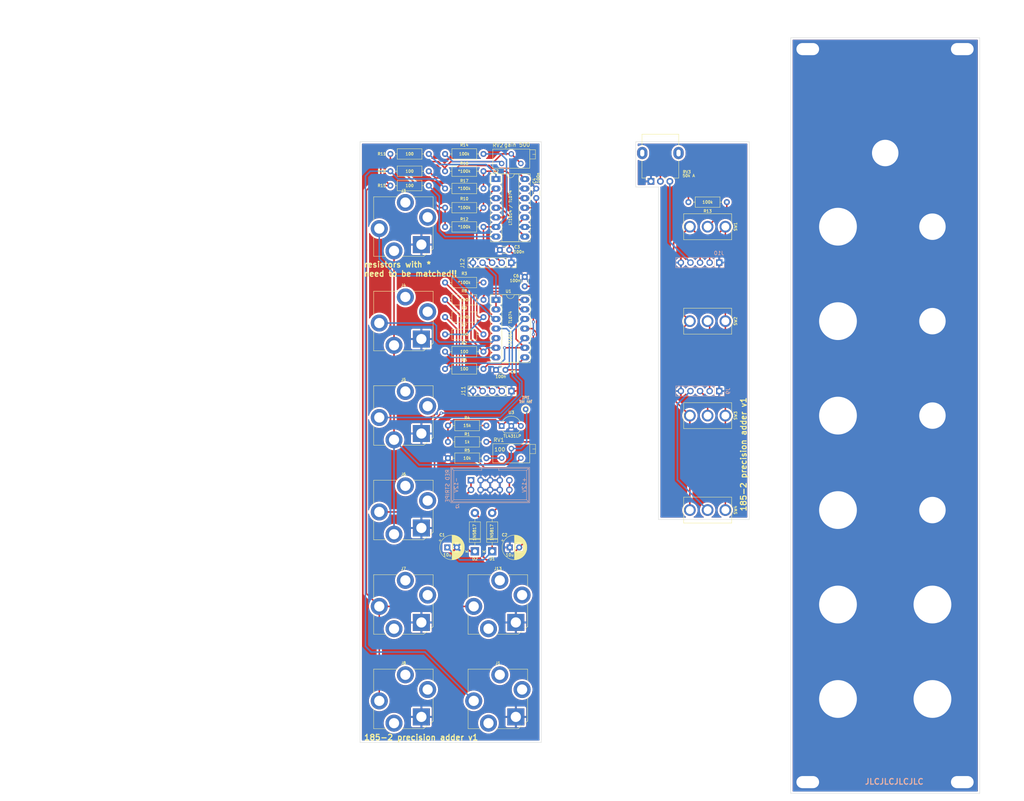
<source format=kicad_pcb>
(kicad_pcb (version 20211014) (generator pcbnew)
  (title_block (title "Freezer"))
  (layers (0 "F.Cu" signal) (31 "B.Cu" signal) (34 "B.Paste" user) (35 "F.Paste" user) (36 "B.SilkS" user "B.Silkscreen") (37 "F.SilkS" user "F.Silkscreen") (38 "B.Mask" user) (39 "F.Mask" user) (44 "Edge.Cuts" user))
  (net 0 "")
  (net 1 "GND")
  (net 2 "-12V")
  (net 3 "+12V")
  (net 4 "Net-(D1-Pad2)")
  (net 5 "Net-(D2-Pad1)")
  (net 8 "Net-(R2-Pad2)")
  (net 10 "Net-(J3-PadT)")
  (net 11 "Net-(J4-PadT)")
  (net 12 "in2_front")
  (net 13 "in3_front")
  (net 14 "in4_front")
  (net 15 "in2_back")
  (net 16 "in3_back")
  (net 17 "in4_back")
  (net 19 "1V_ref")
  (net 20 "Net-(R1-Pad1)")
  (net 21 "Net-(J5-PadT)")
  (net 22 "Net-(J6-PadT)")
  (net 23 "Net-(R2-Pad1)")
  (net 24 "Net-(R6-Pad1)")
  (net 25 "Net-(R6-Pad2)")
  (net 26 "Net-(R7-Pad1)")
  (net 27 "Net-(R7-Pad2)")
  (net 28 "Net-(R11-Pad2)")
  (net 29 "Net-(R4-Pad1)")
  (net 30 "Net-(R5-Pad2)")
  (net 31 "OUT_inv")
  (net 32 "Net-(R13-Pad1)")
  (net 33 "OUT")
  (net 34 "Net-(R13-Pad2)")
  (net 35 "Net-(R14-Pad1)")
  (net 36 "Net-(R15-Pad2)")
  (net 37 "Net-(R10-Pad1)")
  (net 38 "Net-(R16-Pad1)")
  (net 39 "Net-(R18-Pad2)")
  (net 40 "in1_back")
  (net 41 "ADD_front")
  (net 42 "SUB_front")
  (net 43 "ADD_back")
  (net 44 "in1_front")
  (net 45 "SUB_back")
  (net 46 "Net-(U2-Pad10)")
  (footprint "ao_tht:Jack_6.35mm_PJ_629HAN" (layer "F.Cu") (at 62.5 207.5)
    (fp_text reference "J1")
    (fp_text value "out_inv")
  )
  (footprint "ao_tht:Jack_6.35mm_PJ_629HAN" (layer "F.Cu") (at 62.5 182.5)
    (fp_text reference "J13")
    (fp_text value "out_2")
  )
  (footprint "ao_tht:R_Axial_DIN0207_L6.3mm_D2.5mm_P10.16mm_Horizontal" (layer "F.Cu") (at 48.514 77.47)
    (fp_text reference "R10")
    (fp_text value "*100k")
  )
  (footprint "Kosmo_panel:Kosmo_Jack_Hole" (layer "F.Cu") (at 152.5 82.5)
    (fp_text reference "REF**" hide)
    (fp_text value "Kosmo_Jack_Hole")
  )
  (footprint "ao_tht:R_Axial_DIN0207_L6.3mm_D2.5mm_P10.16mm_Horizontal" (layer "F.Cu") (at 58.674 67.818 180)
    (fp_text reference "R16")
    (fp_text value "*100k")
  )
  (footprint "ao_tht:Potentiometer_Bourns_3296Z_Horizontal" (layer "F.Cu") (at 63.502 143.744 180)
    (fp_text reference "RV1")
    (fp_text value "100")
  )
  (footprint "panel:precisionadder_panel" (layer "F.Cu") (at 164.986864 132.334)
    (fp_text reference "G***")
    (fp_text value "LOGO" hide)
  )
  (footprint "ao_tht:D_DO-41_SOD81_P10.16mm_Horizontal" (layer "F.Cu") (at 60.976484 168.422 90)
    (fp_text reference "D1")
    (fp_text value "1N5817")
  )
  (footprint "ao_tht:R_Axial_DIN0207_L6.3mm_D2.5mm_P10.16mm_Horizontal" (layer "F.Cu") (at 58.674 82.55 180)
    (fp_text reference "R12")
    (fp_text value "*100k")
  )
  (footprint "Kosmo_panel:Kosmo_Panel_Dual_Slotted_Mounting_Holes" (layer "F.Cu") (at 143.1 229.5)
    (fp_text reference "REF**" hide)
    (fp_text value "Kosmo_Panel_Dual_Slotted_Mounting_Holes")
  )
  (footprint "Kosmo_panel:Kosmo_Switch_Hole" (layer "F.Cu") (at 177.5 82.5)
    (fp_text reference "REF**" hide)
    (fp_text value "Kosmo_Switch_Hole")
  )
  (footprint "Kosmo_panel:Kosmo_Jack_Hole" (layer "F.Cu") (at 152.5 207.5)
    (fp_text reference "REF**" hide)
    (fp_text value "Kosmo_Jack_Hole")
  )
  (footprint "Connector_PinSocket_2.54mm:PinSocket_1x05_P2.54mm_Vertical" (layer "F.Cu") (at 66.05 92.025 -90)
    (fp_text reference "J12")
    (fp_text value "Conn_01x05_Female")
  )
  (footprint "ao_tht:SPDT-toggle-switch-1M-series" (layer "F.Cu") (at 118 107.5 -90)
    (fp_text reference "SW2")
    (fp_text value "SW_SPDT_MSM")
  )
  (footprint "ao_tht:TestPoint_THTPad_D1.5mm_Drill0.7mm" (layer "F.Cu") (at 69.85 130.81)
    (fp_text reference "TP1")
    (fp_text value "1V ref")
  )
  (footprint "ao_tht:Jack_6.35mm_PJ_629HAN" (layer "F.Cu") (at 37.5 207.5)
    (fp_text reference "J8")
    (fp_text value "out_3")
  )
  (footprint "ao_tht:SPDT-toggle-switch-1M-series" (layer "F.Cu") (at 118 157.5 -90)
    (fp_text reference "SW4")
    (fp_text value "SW_SPDT_MSM")
  )
  (footprint "ao_tht:R_Axial_DIN0207_L6.3mm_D2.5mm_P10.16mm_Horizontal" (layer "F.Cu") (at 49.276 139.446)
    (fp_text reference "R1")
    (fp_text value "1k")
  )
  (footprint "ao_tht:SPDT-toggle-switch-1M-series" (layer "F.Cu") (at 118 82.5 -90)
    (fp_text reference "SW1")
    (fp_text value "SW_SPDT_MSM")
  )
  (footprint "ao_tht:R_Axial_DIN0207_L6.3mm_D2.5mm_P10.16mm_Horizontal" (layer "F.Cu") (at 34.036 67.818)
    (fp_text reference "R18")
    (fp_text value "100")
  )
  (footprint "ao_tht:R_Axial_DIN0207_L6.3mm_D2.5mm_P10.16mm_Horizontal" (layer "F.Cu") (at 48.514 120.142)
    (fp_text reference "R6")
    (fp_text value "100")
  )
  (footprint "Kosmo_panel:Kosmo_Switch_Hole" (layer "F.Cu") (at 177.5 132.5)
    (fp_text reference "REF**" hide)
    (fp_text value "Kosmo_Switch_Hole")
  )
  (footprint "ao_tht:C_Disc_D3.0mm_W1.6mm_P2.50mm" (layer "F.Cu") (at 63.012 88.646)
    (fp_text reference "C3")
    (fp_text value "100n")
  )
  (footprint "ao_tht:R_Axial_DIN0207_L6.3mm_D2.5mm_P10.16mm_Horizontal" (layer "F.Cu") (at 48.514 101.854)
    (fp_text reference "R8")
    (fp_text value "*100k")
  )
  (footprint "ao_tht:Jack_6.35mm_PJ_629HAN" (layer "F.Cu") (at 37.5 82.5)
    (fp_text reference "J3")
    (fp_text value "in_1")
  )
  (footprint "Kosmo_panel:Kosmo_Panel_Dual_Slotted_Mounting_Holes" (layer "F.Cu") (at 184 229.5)
    (fp_text reference "REF**" hide)
    (fp_text value "Kosmo_Panel_Dual_Slotted_Mounting_Holes")
  )
  (footprint "ao_tht:R_Axial_DIN0207_L6.3mm_D2.5mm_P10.16mm_Horizontal" (layer "F.Cu") (at 48.514 97.282)
    (fp_text reference "R3")
    (fp_text value "*100k")
  )
  (footprint "ao_tht:Jack_6.35mm_PJ_629HAN" (layer "F.Cu") (at 37.5 182.5)
    (fp_text reference "J7")
    (fp_text value "out_1")
  )
  (footprint "Kosmo_panel:Kosmo_Jack_Hole" (layer "F.Cu") (at 152.5 157.5)
    (fp_text reference "REF**" hide)
    (fp_text value "Kosmo_Jack_Hole")
  )
  (footprint "ao_tht:R_Axial_DIN0207_L6.3mm_D2.5mm_P10.16mm_Horizontal" (layer "F.Cu") (at 34.036 71.628)
    (fp_text reference "R15")
    (fp_text value "100")
  )
  (footprint "ao_tht:TO-92_Inline_Wide" (layer "F.Cu") (at 63.5 135.234)
    (fp_text reference "U3")
    (fp_text value "TL431LP")
  )
  (footprint "ao_tht:C_Disc_D3.0mm_W1.6mm_P2.50mm" (layer "F.Cu") (at 69.596 95.778 -90)
    (fp_text reference "C6")
    (fp_text value "100n")
  )
  (footprint "ao_tht:R_Axial_DIN0207_L6.3mm_D2.5mm_P10.16mm_Horizontal" (layer "F.Cu") (at 48.514 63.246)
    (fp_text reference "R14")
    (fp_text value "100k")
  )
  (footprint "ao_tht:R_Axial_DIN0207_L6.3mm_D2.5mm_P10.16mm_Horizontal" (layer "F.Cu") (at 58.674 115.57 180)
    (fp_text reference "R2")
    (fp_text value "100")
  )
  (footprint "ao_tht:R_Axial_DIN0207_L6.3mm_D2.5mm_P10.16mm_Horizontal" (layer "F.Cu") (at 59.436 135.128 180)
    (fp_text reference "R4")
    (fp_text value "15k")
  )
  (footprint "ao_tht:CP_Radial_D6.3mm_P2.50mm" (layer "F.Cu") (at 65.636105 167.386)
    (fp_text reference "C2")
    (fp_text value "10u")
  )
  (footprint "Kosmo_panel:Kosmo_Jack_Hole" (layer "F.Cu") (at 152.5 182.5)
    (fp_text reference "REF**" hide)
    (fp_text value "Kosmo_Jack_Hole")
  )
  (footprint "ao_tht:CP_Radial_D6.3mm_P2.50mm" (layer "F.Cu") (at 49.109621 167.386)
    (fp_text reference "C1")
    (fp_text value "10u")
  )
  (footprint "ao_tht:SPDT-toggle-switch-1M-series" (layer "F.Cu") (at 118 132.5 -90)
    (fp_text reference "SW3")
    (fp_text value "SW_SPDT_MSM")
  )
  (footprint "ao_tht:D_DO-41_SOD81_P10.16mm_Horizontal" (layer "F.Cu") (at 56.404484 168.422 90)
    (fp_text reference "D2")
    (fp_text value "1N5817")
  )
  (footprint "ao_tht:R_Axial_DIN0207_L6.3mm_D2.5mm_P10.16mm_Horizontal" (layer "F.Cu") (at 49.276 143.764)
    (fp_text reference "R5")
    (fp_text value "10k")
  )
  (footprint "ao_tht:R_Axial_DIN0207_L6.3mm_D2.5mm_P10.16mm_Horizontal" (layer "F.Cu") (at 34.036 63.246)
    (fp_text reference "R11")
    (fp_text value "100")
  )
  (footprint "Connector_PinSocket_2.54mm:PinSocket_1x05_P2.54mm_Vertical" (layer "F.Cu") (at 66.08 126 -90)
    (fp_text reference "J11")
    (fp_text value "Conn_01x05_Female")
  )
  (footprint "ao_tht:Potentiometer_Alpha_RD901F-40-00D_Single_Vertical_centered" (layer "F.Cu") (at 105.5 63 90)
    (fp_text reference "RV3")
    (fp_text value "50k A")
  )
  (footprint "ao_tht:Potentiometer_Bourns_3296Z_Horizontal" (layer "F.Cu") (at 63.49 65.766 180)
    (fp_text reference "RV2")
    (fp_text value "gain 500")
  )
  (footprint "Kosmo_panel:Kosmo_Jack_Hole" (layer "F.Cu") (at 152.5 107.5)
    (fp_text reference "REF**" hide)
    (fp_text value "Kosmo_Jack_Hole")
  )
  (footprint "ao_tht:Jack_6.35mm_PJ_629HAN" (layer "F.Cu") (at 37.5 132.5)
    (fp_text reference "J5")
    (fp_text value "in_3")
  )
  (footprint "Kosmo_panel:Kosmo_Jack_Hole" (layer "F.Cu") (at 152.5 132.5)
    (fp_text reference "REF**" hide)
    (fp_text value "Kosmo_Jack_Hole")
  )
  (footprint "ao_tht:DIP-14_W7.62mm_Socket_LongPads" (layer "F.Cu") (at 61.986 69.875)
    (fp_text reference "U2")
    (fp_text value "LT1014 / TL074")
  )
  (footprint "ao_tht:Jack_6.35mm_PJ_629HAN" (layer "F.Cu") (at 37.5 107.5)
    (fp_text reference "J4")
    (fp_text value "in_2")
  )
  (footprint "ao_tht:Jack_6.35mm_PJ_629HAN" (layer "F.Cu") (at 37.5 157.5)
    (fp_text reference "J6")
    (fp_text value "in_4")
  )
  (footprint "Kosmo_panel:Kosmo_Jack_Hole" (layer "F.Cu") (at 177.5 182.5)
    (fp_text reference "REF**" hide)
    (fp_text value "Kosmo_Jack_Hole")
  )
  (footprint "ao_tht:R_Axial_DIN0207_L6.3mm_D2.5mm_P10.16mm_Horizontal" (layer "F.Cu") (at 48.514 72.39)
    (fp_text reference "R17")
    (fp_text value "*100k")
  )
  (footprint "ao_tht:R_Axial_DIN0207_L6.3mm_D2.5mm_P10.16mm_Horizontal" (layer "F.Cu") (at 123.08 76 180)
    (fp_text reference "R13")
    (fp_text value "100k")
  )
  (footprint "Kosmo_panel:Kosmo_Pot_Hole" (layer "F.Cu") (at 165 63)
    (fp_text reference "REF**" hide)
    (fp_text value "Kosmo_Pot_Hole")
  )
  (footprint "ao_tht:DIP-14_W7.62mm_Socket_LongPads" (layer "F.Cu") (at 61.986 101.849)
    (fp_text reference "U1")
    (fp_text value "LT1014 / TL074")
  )
  (footprint "Kosmo_panel:Kosmo_Switch_Hole" (layer "F.Cu") (at 177.5 107.5)
    (fp_text reference "REF**" hide)
    (fp_text value "Kosmo_Switch_Hole")
  )
  (footprint "ao_tht:C_Disc_D3.0mm_W1.6mm_P2.50mm" (layer "F.Cu") (at 61.996 120.396)
    (fp_text reference "C5")
    (fp_text value "100n")
  )
  (footprint "ao_tht:R_Axial_DIN0207_L6.3mm_D2.5mm_P10.16mm_Horizontal" (layer "F.Cu") (at 48.514 110.998)
    (fp_text reference "R7")
    (fp_text value "100")
  )
  (footprint "ao_tht:C_Disc_D3.0mm_W1.6mm_P2.50mm" (layer "F.Cu") (at 72.644 72.41 -90)
    (fp_text reference "C4")
    (fp_text value "100n")
  )
  (footprint "ao_tht:R_Axial_DIN0207_L6.3mm_D2.5mm_P10.16mm_Horizontal" (layer "F.Cu") (at 48.514 106.426)
    (fp_text reference "R9")
    (fp_text value "*100k")
  )
  (footprint "Kosmo_panel:Kosmo_Jack_Hole" (layer "F.Cu") (at 177.5 207.5)
    (fp_text reference "REF**" hide)
    (fp_text value "Kosmo_Jack_Hole")
  )
  (footprint "Kosmo_panel:Kosmo_Switch_Hole" (layer "F.Cu") (at 177.5 157.5)
    (fp_text reference "REF**" hide)
    (fp_text value "Kosmo_Switch_Hole")
  )
  (footprint "Connector_PinHeader_2.54mm:PinHeader_1x05_P2.54mm_Vertical" (layer "B.Cu") (at 121.075 92 90)
    (fp_text reference "J10")
    (fp_text value "Conn_01x05_Male")
  )
  (footprint "Connector_PinHeader_2.54mm:PinHeader_1x05_P2.54mm_Vertical" (layer "B.Cu") (at 121.075 126 90)
    (fp_text reference "J9")
    (fp_text value "Conn_01x05_Male")
  )
  (footprint "ao_tht:Power_Header" (layer "B.Cu") (at 55.372 149.606 -90)
    (fp_text reference "J2")
    (fp_text value "Synth_power_2x5")
  )
  (gr_line (start 26 60) (end 26 219) (layer "Edge.Cuts") (width 0.1))
  (gr_line (start 129 160) (end 105 160) (layer "Edge.Cuts") (width 0.1))
  (gr_line (start 74 60) (end 74 219) (layer "Edge.Cuts") (width 0.1))
  (gr_line (start 105 72) (end 99 72) (layer "Edge.Cuts") (width 0.1))
  (gr_line (start 105 72) (end 105 160) (layer "Edge.Cuts") (width 0.1))
  (gr_line (start 190 32.5) (end 190 232.5) (layer "Edge.Cuts") (width 0.1))
  (gr_line (start 74 60) (end 26 60) (layer "Edge.Cuts") (width 0.1))
  (gr_line (start 190 32.5) (end 140 32.5) (layer "Edge.Cuts") (width 0.1))
  (gr_line (start 129 60) (end 99 60) (layer "Edge.Cuts") (width 0.1))
  (gr_line (start 26 219) (end 74 219) (layer "Edge.Cuts") (width 0.1))
  (gr_line (start 99 60) (end 99 72) (layer "Edge.Cuts") (width 0.1))
  (gr_line (start 129 60) (end 129 160) (layer "Edge.Cuts") (width 0.1))
  (gr_line (start 140 232.5) (end 190 232.5) (layer "Edge.Cuts") (width 0.1))
  (gr_line (start 140 32.5) (end 140 232.5) (layer "Edge.Cuts") (width 0.1))
  (gr_text "JLCJLCJLCJLC" (at 167.386 229.362) (layer "B.SilkS") (effects (font (size 1.5 1.5) (thickness 0.3))))
  (gr_text "185-2 precision adder v1" (at 127.508 142.748 90) (layer "F.SilkS") (effects (font (size 1.5 1.5) (thickness 0.3))))
  (gr_text "185-2 precision adder v1" (at 42.164 217.678) (layer "F.SilkS") (effects (font (size 1.5 1.5) (thickness 0.3))))
  (gr_text "resistors with * \nneed to be matched!!" (at 26.924 93.726) (layer "F.SilkS") (effects (font (size 1.5 1.5) (thickness 0.3)) (justify left)))
  (segment (start 71.653 77.495) (end 72.73552 78.57752) (width 0.4) (layer "F.Cu") (net 2))
  (segment (start 71.623 109.469) (end 69.606 109.469) (width 0.4) (layer "F.Cu") (net 2))
  (segment (start 72.73552 99.91352) (end 72.73552 110.58152) (width 0.4) (layer "F.Cu") (net 2))
  (segment (start 72.73552 110.58152) (end 71.623 109.469) (width 0.4) (layer "F.Cu") (net 2))
  (segment (start 72.644 78.486) (end 72.73552 78.57752) (width 0.4) (layer "F.Cu") (net 2))
  (segment (start 68.136105 167.386) (end 72.73552 162.786585) (width 0.4) (layer "F.Cu") (net 2))
  (segment (start 59.436 170.688) (end 64.834105 170.688) (width 0.4) (layer "F.Cu") (net 2))
  (segment (start 72.644 74.91) (end 72.644 78.486) (width 0.4) (layer "F.Cu") (net 2))
  (segment (start 58.674 160.531516) (end 58.674 169.926) (width 0.4) (layer "F.Cu") (net 2))
  (segment (start 72.73552 78.57752) (end 72.73552 99.91352) (width 0.4) (layer "F.Cu") (net 2))
  (segment (start 72.73552 162.786585) (end 72.73552 110.58152) (width 0.4) (layer "F.Cu") (net 2))
  (segment (start 69.596 98.278) (end 71.1 98.278) (width 0.4) (layer "F.Cu") (net 2))
  (segment (start 69.606 77.495) (end 71.653 77.495) (width 0.4) (layer "F.Cu") (net 2))
  (segment (start 71.1 98.278) (end 72.73552 99.91352) (width 0.4) (layer "F.Cu") (net 2))
  (segment (start 64.834105 170.688) (end 68.136105 167.386) (width 0.4) (layer "F.Cu") (net 2))
  (segment (start 56.404484 158.262) (end 58.674 160.531516) (width 0.4) (layer "F.Cu") (net 2))
  (segment (start 58.674 169.926) (end 59.436 170.688) (width 0.4) (layer "F.Cu") (net 2))
  (segment (start 60.976484 164.679621) (end 65.636105 160.02) (width 0.4) (layer "F.Cu") (net 3))
  (segment (start 65.532 79.756) (end 65.532 85.852) (width 0.4) (layer "F.Cu") (net 3))
  (segment (start 71.882 100.838) (end 71.882 107.696) (width 0.4) (layer "F.Cu") (net 3))
  (segment (start 59.436 139.446) (end 70.866 139.446) (width 0.4) (layer "F.Cu") (net 3))
  (segment (start 71.882 140.462) (end 71.882 121.412) (width 0.4) (layer "F.Cu") (net 3))
  (segment (start 65.512 88.646) (end 67.818 90.952) (width 0.4) (layer "F.Cu") (net 3))
  (segment (start 65.512 85.872) (end 65.532 85.852) (width 0.4) (layer "F.Cu") (net 3))
  (segment (start 61.986 77.495) (end 63.271 77.495) (width 0.4) (layer "F.Cu") (net 3))
  (segment (start 68.834 100.076) (end 71.12 100.076) (width 0.4) (layer "F.Cu") (net 3))
  (segment (start 65.636105 160.02) (end 71.882 153.774105) (width 0.4) (layer "F.Cu") (net 3))
  (segment (start 64.496 120.396) (end 70.866 120.396) (width 0.4) (layer "F.Cu") (net 3))
  (segment (start 67.818 90.952) (end 67.818 91.186) (width 0.4) (layer "F.Cu") (net 3))
  (segment (start 70.866 139.446) (end 71.882 140.462) (width 0.4) (layer "F.Cu") (net 3))
  (segment (start 71.882 121.412) (end 71.882 120.142) (width 0.4) (layer "F.Cu") (net 3))
  (segment (start 65.512 88.646) (end 65.512 85.872) (width 0.4) (layer "F.Cu") (net 3))
  (segment (start 71.882 120.142) (end 71.882 110.998) (width 0.4) (layer "F.Cu") (net 3))
  (segment (start 67.818 91.186) (end 67.818 99.06) (width 0.4) (layer "F.Cu") (net 3))
  (segment (start 71.882 153.774105) (end 71.882 140.462) (width 0.4) (layer "F.Cu") (net 3))
  (segment (start 71.12 100.076) (end 71.882 100.838) (width 0.4) (layer "F.Cu") (net 3))
  (segment (start 60.976484 168.422) (end 60.976484 164.679621) (width 0.4) (layer "F.Cu") (net 3))
  (segment (start 67.818 99.06) (end 68.834 100.076) (width 0.4) (layer "F.Cu") (net 3))
  (segment (start 63.271 77.495) (end 65.532 79.756) (width 0.4) (layer "F.Cu") (net 3))
  (segment (start 70.866 120.396) (end 71.882 121.412) (width 0.4) (layer "F.Cu") (net 3))
  (via (at 71.882 107.696) (size 0.8) (drill 0.4) (layers "F.Cu" "B.Cu") (net 3))
  (via (at 71.882 110.998) (size 0.8) (drill 0.4) (layers "F.Cu" "B.Cu") (net 3))
  (segment (start 71.882 110.998) (end 71.882 107.696) (width 0.4) (layer "B.Cu") (net 3))
  (segment (start 65.532 110.236) (end 65.532 119.36) (width 0.4) (layer "B.Cu") (net 3))
  (segment (start 58.710484 170.688) (end 52.411621 170.688) (width 0.4) (layer "B.Cu") (net 3))
  (segment (start 64.765 109.469) (end 65.532 110.236) (width 0.4) (layer "B.Cu") (net 3))
  (segment (start 52.411621 170.688) (end 49.109621 167.386) (width 0.4) (layer "B.Cu") (net 3))
  (segment (start 60.976484 168.422) (end 58.710484 170.688) (width 0.4) (layer "B.Cu") (net 3))
  (segment (start 61.986 109.469) (end 64.765 109.469) (width 0.4) (layer "B.Cu") (net 3))
  (segment (start 65.532 119.36) (end 64.496 120.396) (width 0.4) (layer "B.Cu") (net 3))
  (segment (start 65.532 153.706484) (end 60.976484 158.262) (width 0.4) (layer "F.Cu") (net 4))
  (segment (start 65.532 149.606) (end 65.532 152.146) (width 0.4) (layer "F.Cu") (net 4))
  (segment (start 65.532 152.146) (end 65.532 153.706484) (width 0.4) (layer "F.Cu") (net 4))
  (segment (start 55.372 149.606) (end 55.372 152.146) (width 0.4) (layer "F.Cu") (net 5))
  (segment (start 55.138 168.422) (end 56.404484 168.422) (width 0.4) (layer "F.Cu") (net 5))
  (segment (start 53.848 153.67) (end 53.848 167.132) (width 0.4) (layer "F.Cu") (net 5))
  (segment (start 53.848 167.132) (end 55.138 168.422) (width 0.4) (layer "F.Cu") (net 5))
  (segment (start 55.372 152.146) (end 53.848 153.67) (width 0.4) (layer "F.Cu") (net 5))
  (segment (start 50.033 117.089) (end 48.514 115.57) (width 0.4) (layer "B.Cu") (net 8))
  (segment (start 61.986 117.089) (end 50.033 117.089) (width 0.4) (layer "B.Cu") (net 8))
  (segment (start 35.56 95.504) (end 50.038 95.504) (width 0.4) (layer "B.Cu") (net 10))
  (segment (start 50.038 95.504) (end 61.463 106.929) (width 0.4) (layer "B.Cu") (net 10))
  (segment (start 61.463 106.929) (end 61.986 106.929) (width 0.4) (layer "B.Cu") (net 10))
  (segment (start 31.1 91.044) (end 35.56 95.504) (width 0.4) (layer "B.Cu") (net 10))
  (segment (start 31.1 83) (end 31.1 91.044) (width 0.4) (layer "B.Cu") (net 10))
  (segment (start 45.516 108) (end 31.1 108) (width 0.4) (layer "B.Cu") (net 11))
  (segment (start 46.228 112.268) (end 46.228 108.712) (width 0.4) (layer "B.Cu") (net 11))
  (segment (start 61.986 112.009) (end 60.965 113.03) (width 0.4) (layer "B.Cu") (net 11))
  (segment (start 60.965 113.03) (end 46.99 113.03) (width 0.4) (layer "B.Cu") (net 11))
  (segment (start 46.228 108.712) (end 45.516 108) (width 0.4) (layer "B.Cu") (net 11))
  (segment (start 46.99 113.03) (end 46.228 112.268) (width 0.4) (layer "B.Cu") (net 11))
  (segment (start 118.535 126) (end 118.535 108.035) (width 0.4) (layer "F.Cu") (net 12))
  (segment (start 118.535 108.035) (end 118 107.5) (width 0.4) (layer "F.Cu") (net 12))
  (segment (start 118 128.005) (end 115.995 126) (width 0.4) (layer "F.Cu") (net 13))
  (segment (start 118 132.5) (end 118 128.005) (width 0.4) (layer "F.Cu") (net 13))
  (segment (start 110 129.455) (end 113.455 126) (width 0.4) (layer "B.Cu") (net 14))
  (segment (start 110 149.5) (end 110 129.455) (width 0.4) (layer "B.Cu") (net 14))
  (segment (start 118 157.5) (end 110 149.5) (width 0.4) (layer "B.Cu") (net 14))
  (segment (start 59.714 122.174) (end 53.975 122.174) (width 0.4) (layer "F.Cu") (net 15))
  (segment (start 53.086 121.285) (end 53.086 101.854) (width 0.4) (layer "F.Cu") (net 15))
  (segment (start 53.975 122.174) (end 53.086 121.285) (width 0.4) (layer "F.Cu") (net 15))
  (segment (start 63.54 126) (end 59.714 122.174) (width 0.4) (layer "F.Cu") (net 15))
  (segment (start 53.086 101.854) (end 48.514 97.282) (width 0.4) (layer "F.Cu") (net 15))
  (segment (start 53.594 122.936) (end 52.324 121.666) (width 0.4) (layer "F.Cu") (net 16))
  (segment (start 52.324 121.666) (end 52.324 105.664) (width 0.4) (layer "F.Cu") (net 16))
  (segment (start 57.936 122.936) (end 53.594 122.936) (width 0.4) (layer "F.Cu") (net 16))
  (segment (start 61 126) (end 57.936 122.936) (width 0.4) (layer "F.Cu") (net 16))
  (segment (start 52.324 105.664) (end 48.514 101.854) (width 0.4) (layer "F.Cu") (net 16))
  (segment (start 53.34 123.698) (end 51.562 121.92) (width 0.4) (layer "F.Cu") (net 17))
  (segment (start 58.46 126) (end 56.158 123.698) (width 0.4) (layer "F.Cu") (net 17))
  (segment (start 56.158 123.698) (end 53.34 123.698) (width 0.4) (layer "F.Cu") (net 17))
  (segment (start 51.562 109.474) (end 48.514 106.426) (width 0.4) (layer "F.Cu") (net 17))
  (segment (start 51.562 121.92) (end 51.562 109.474) (width 0.4) (layer "F.Cu") (net 17))
  (segment (start 35 138.9) (end 35 113.9) (width 0.4) (layer "F.Cu") (net 19))
  (segment (start 35 113.9) (end 35 88.9) (width 0.4) (layer "F.Cu") (net 19))
  (segment (start 69.85 130.81) (end 70.104 131.064) (width 0.4) (layer "B.Cu") (net 19))
  (segment (start 66.042 143.762) (end 66.042 141.204) (width 0.4) (layer "B.Cu") (net 19))
  (segment (start 68.6 141.204) (end 70.104 139.7) (width 0.4) (layer "B.Cu") (net 19))
  (segment (start 35 163.9) (end 35 138.9) (width 0.4) (layer "B.Cu") (net 19))
  (segment (start 41.642 145.542) (end 35 138.9) (width 0.4) (layer "B.Cu") (net 19))
  (segment (start 64.262 145.542) (end 41.642 145.542) (width 0.4) (layer "B.Cu") (net 19))
  (segment (start 70.104 131.064) (end 70.104 139.7) (width 0.4) (layer "B.Cu") (net 19))
  (segment (start 64.262 145.542) (end 66.042 143.762) (width 0.4) (layer "B.Cu") (net 19))
  (segment (start 66.042 141.204) (end 68.6 141.204) (width 0.4) (layer "B.Cu") (net 19))
  (segment (start 61.87 133.604) (end 63.5 135.234) (width 0.4) (layer "F.Cu") (net 20))
  (segment (start 50.8 133.604) (end 61.87 133.604) (width 0.4) (layer "F.Cu") (net 20))
  (segment (start 49.276 135.128) (end 49.276 139.446) (width 0.4) (layer "F.Cu") (net 20))
  (segment (start 63.5 135.234) (end 65.13 133.604) (width 0.4) (layer "F.Cu") (net 20))
  (segment (start 65.13 133.604) (end 66.95 133.604) (width 0.4) (layer "F.Cu") (net 20))
  (segment (start 66.95 133.604) (end 68.58 135.234) (width 0.4) (layer "F.Cu") (net 20))
  (segment (start 49.276 135.128) (end 50.8 133.604) (width 0.4) (layer "F.Cu") (net 20))
  (segment (start 67.31 121.92) (end 67.31 114.305) (width 0.4) (layer "B.Cu") (net 21))
  (segment (start 31.1 133) (end 63.088 133) (width 0.4) (layer "B.Cu") (net 21))
  (segment (start 68.834 127.254) (end 68.834 123.444) (width 0.4) (layer "B.Cu") (net 21))
  (segment (start 67.31 114.305) (end 69.606 112.009) (width 0.4) (layer "B.Cu") (net 21))
  (segment (start 63.088 133) (end 68.834 127.254) (width 0.4) (layer "B.Cu") (net 21))
  (segment (start 68.834 123.444) (end 67.31 121.92) (width 0.4) (layer "B.Cu") (net 21))
  (segment (start 45.72 133.604) (end 45.72 148.59) (width 0.4) (layer "F.Cu") (net 22))
  (segment (start 36.31 158) (end 31.1 158) (width 0.4) (layer "F.Cu") (net 22))
  (segment (start 47.498 131.826) (end 45.72 133.604) (width 0.4) (layer "F.Cu") (net 22))
  (segment (start 45.72 148.59) (end 36.31 158) (width 0.4) (layer "F.Cu") (net 22))
  (via (at 47.498 131.826) (size 0.8) (drill 0.4) (layers "F.Cu" "B.Cu") (net 22))
  (segment (start 63.246 131.826) (end 68.23448 126.83752) (width 0.4) (layer "B.Cu") (net 22))
  (segment (start 68.23448 123.952) (end 66.294 122.01152) (width 0.4) (layer "B.Cu") (net 22))
  (segment (start 66.294 122.01152) (end 66.294 110.241) (width 0.4) (layer "B.Cu") (net 22))
  (segment (start 68.23448 126.83752) (end 68.23448 123.952) (width 0.4) (layer "B.Cu") (net 22))
  (segment (start 47.498 131.826) (end 63.246 131.826) (width 0.4) (layer "B.Cu") (net 22))
  (segment (start 66.294 110.241) (end 69.606 106.929) (width 0.4) (layer "B.Cu") (net 22))
  (segment (start 57.54263 97.282) (end 55.372 99.45263) (width 0.4) (layer "F.Cu") (net 23))
  (segment (start 58.674 97.282) (end 57.54263 97.282) (width 0.4) (layer "F.Cu") (net 23))
  (segment (start 55.372 112.268) (end 58.674 115.57) (width 0.4) (layer "F.Cu") (net 23))
  (segment (start 55.372 99.45263) (end 55.372 112.268) (width 0.4) (layer "F.Cu") (net 23))
  (segment (start 59.695 114.549) (end 58.674 115.57) (width 0.4) (layer "B.Cu") (net 23))
  (segment (start 61.986 114.549) (end 59.695 114.549) (width 0.4) (layer "B.Cu") (net 23))
  (segment (start 63.06296 100.33) (end 59.182 100.33) (width 0.4) (layer "F.Cu") (net 24))
  (segment (start 67.31 112.253) (end 67.31 104.57704) (width 0.4) (layer "F.Cu") (net 24))
  (segment (start 64.267 114.549) (end 69.606 114.549) (width 0.4) (layer "F.Cu") (net 24))
  (segment (start 59.182 100.33) (end 58.674 100.838) (width 0.4) (layer "F.Cu") (net 24))
  (segment (start 58.674 100.838) (end 58.674 101.854) (width 0.4) (layer "F.Cu") (net 24))
  (segment (start 64.262 114.554) (end 64.267 114.549) (width 0.4) (layer "F.Cu") (net 24))
  (segment (start 67.31 104.57704) (end 63.06296 100.33) (width 0.4) (layer "F.Cu") (net 24))
  (segment (start 69.606 114.549) (end 67.31 112.253) (width 0.4) (layer "F.Cu") (net 24))
  (via (at 64.262 114.554) (size 0.8) (drill 0.4) (layers "F.Cu" "B.Cu") (net 24))
  (segment (start 64.262 117.602) (end 64.262 114.554) (width 0.4) (layer "B.Cu") (net 24))
  (segment (start 63.246 118.618) (end 64.262 117.602) (width 0.4) (layer "B.Cu") (net 24))
  (segment (start 50.038 118.618) (end 63.246 118.618) (width 0.4) (layer "B.Cu") (net 24))
  (segment (start 48.514 120.142) (end 50.038 118.618) (width 0.4) (layer "B.Cu") (net 24))
  (segment (start 58.674 120.142) (end 59.944 118.872) (width 0.4) (layer "F.Cu") (net 25))
  (segment (start 67.823 118.872) (end 69.606 117.089) (width 0.4) (layer "F.Cu") (net 25))
  (segment (start 59.944 118.872) (end 67.823 118.872) (width 0.4) (layer "F.Cu") (net 25))
  (segment (start 63.75967 99.65952) (end 68.48915 104.389) (width 0.4) (layer "F.Cu") (net 26))
  (segment (start 68.48915 104.389) (end 69.606 104.389) (width 0.4) (layer "F.Cu") (net 26))
  (segment (start 58.07448 99.65952) (end 63.75967 99.65952) (width 0.4) (layer "F.Cu") (net 26))
  (segment (start 58.674 106.426) (end 57.404 106.426) (width 0.4) (layer "F.Cu") (net 26))
  (segment (start 57.404 106.426) (end 56.896 105.918) (width 0.4) (layer "F.Cu") (net 26))
  (segment (start 56.896 105.918) (end 56.896 100.838) (width 0.4) (layer "F.Cu") (net 26))
  (segment (start 56.896 100.838) (end 58.07448 99.65952) (width 0.4) (layer "F.Cu") (net 26))
  (segment (start 54.102 110.998) (end 58.674 106.426) (width 0.4) (layer "B.Cu") (net 26))
  (segment (start 48.514 110.998) (end 54.102 110.998) (width 0.4) (layer "B.Cu") (net 26))
  (segment (start 66.797 101.849) (end 69.606 101.849) (width 0.4) (layer "F.Cu") (net 27))
  (segment (start 56.134 100.33) (end 57.658 98.806) (width 0.4) (layer "F.Cu") (net 27))
  (segment (start 56.134 108.458) (end 56.134 100.33) (width 0.4) (layer "F.Cu") (net 27))
  (segment (start 58.674 110.998) (end 56.134 108.458) (width 0.4) (layer "F.Cu") (net 27))
  (segment (start 63.754 98.806) (end 66.797 101.849) (width 0.4) (layer "F.Cu") (net 27))
  (segment (start 57.658 98.806) (end 63.754 98.806) (width 0.4) (layer "F.Cu") (net 27))
  (segment (start 46.99 66.04) (end 44.196 63.246) (width 0.4) (layer "B.Cu") (net 28))
  (segment (start 59.351 66.04) (end 46.99 66.04) (width 0.4) (layer "B.Cu") (net 28))
  (segment (start 61.986 68.675) (end 59.351 66.04) (width 0.4) (layer "B.Cu") (net 28))
  (segment (start 61.986 69.875) (end 61.986 68.675) (width 0.4) (layer "B.Cu") (net 28))
  (segment (start 58.166 135.128) (end 59.436 135.128) (width 0.4) (layer "F.Cu") (net 29))
  (segment (start 66.022 146.304) (end 58.928 146.304) (width 0.4) (layer "F.Cu") (net 29))
  (segment (start 68.582 143.744) (end 66.022 146.304) (width 0.4) (layer "F.Cu") (net 29))
  (segment (start 58.928 146.304) (end 56.896 144.272) (width 0.4) (layer "F.Cu") (net 29))
  (segment (start 56.896 140.462) (end 56.896 136.398) (width 0.4) (layer "F.Cu") (net 29))
  (segment (start 56.896 144.272) (end 56.896 140.462) (width 0.4) (layer "F.Cu") (net 29))
  (segment (start 56.896 136.398) (end 58.166 135.128) (width 0.4) (layer "F.Cu") (net 29))
  (segment (start 59.456 143.744) (end 59.436 143.764) (width 0.4) (layer "B.Cu") (net 30))
  (segment (start 63.502 143.744) (end 59.456 143.744) (width 0.4) (layer "B.Cu") (net 30))
  (segment (start 27.432 193.548) (end 28.956 195.072) (width 0.4) (layer "B.Cu") (net 31))
  (segment (start 34.036 67.818) (end 28.702 67.818) (width 0.4) (layer "B.Cu") (net 31))
  (segment (start 34.036 67.818) (end 36.068 69.85) (width 0.4) (layer "B.Cu") (net 31))
  (segment (start 45.974 69.85) (end 48.514 72.39) (width 0.4) (layer "B.Cu") (net 31))
  (segment (start 36.068 69.85) (end 45.974 69.85) (width 0.4) (layer "B.Cu") (net 31))
  (segment (start 43.172 195.072) (end 56.1 208) (width 0.4) (layer "B.Cu") (net 31))
  (segment (start 28.956 195.072) (end 43.172 195.072) (width 0.4) (layer "B.Cu") (net 31))
  (segment (start 28.702 67.818) (end 27.432 69.088) (width 0.4) (layer "B.Cu") (net 31))
  (segment (start 27.432 69.088) (end 27.432 193.548) (width 0.4) (layer "B.Cu") (net 31))
  (segment (start 123.08 77.42) (end 123.08 76) (width 0.4) (layer "F.Cu") (net 32))
  (segment (start 118 82.5) (end 123.08 77.42) (width 0.4) (layer "F.Cu") (net 32))
  (segment (start 27.686 72.898) (end 28.956 71.628) (width 0.4) (layer "F.Cu") (net 33))
  (segment (start 48.514 67.056) (end 46.736 65.278) (width 0.4) (layer "F.Cu") (net 33))
  (segment (start 39.624 65.278) (end 36.068 61.722) (width 0.4) (layer "F.Cu") (net 33))
  (segment (start 32.512 61.722) (end 31.496 62.738) (width 0.4) (layer "F.Cu") (net 33))
  (segment (start 31.1 183) (end 31.1 208) (width 0.4) (layer "F.Cu") (net 33))
  (segment (start 61.468 65.278) (end 50.038 65.278) (width 0.4) (layer "F.Cu") (net 33))
  (segment (start 46.736 65.278) (end 39.624 65.278) (width 0.4) (layer "F.Cu") (net 33))
  (segment (start 31.496 62.738) (end 31.496 69.088) (width 0.4) (layer "F.Cu") (net 33))
  (segment (start 63.52 63.226) (end 61.468 65.278) (width 0.4) (layer "F.Cu") (net 33))
  (segment (start 36.068 61.722) (end 32.512 61.722) (width 0.4) (layer "F.Cu") (net 33))
  (segment (start 31.1 183) (end 27.686 179.586) (width 0.4) (layer "F.Cu") (net 33))
  (segment (start 48.514 66.802) (end 48.514 67.818) (width 0.4) (layer "F.Cu") (net 33))
  (segment (start 68.57 65.766) (end 66.03 63.226) (width 0.4) (layer "F.Cu") (net 33))
  (segment (start 48.514 67.818) (end 48.514 67.056) (width 0.4) (layer "F.Cu") (net 33))
  (segment (start 56.1 183) (end 31.1 183) (width 0.4) (layer "F.Cu") (net 33))
  (segment (start 27.686 88.646) (end 27.686 72.898) (width 0.4) (layer "F.Cu") (net 33))
  (segment (start 50.038 65.278) (end 48.514 66.802) (width 0.4) (layer "F.Cu") (net 33))
  (segment (start 31.496 69.088) (end 34.036 71.628) (width 0.4) (layer "F.Cu") (net 33))
  (segment (start 66.03 63.226) (end 63.52 63.226) (width 0.4) (layer "F.Cu") (net 33))
  (segment (start 28.956 71.628) (end 34.036 71.628) (width 0.4) (layer "F.Cu") (net 33))
  (segment (start 27.686 179.586) (end 27.686 88.646) (width 0.4) (layer "F.Cu") (net 33))
  (segment (start 106 68) (end 109 68) (width 0.4) (layer "F.Cu") (net 34))
  (segment (start 109 68) (end 112.92 71.92) (width 0.4) (layer "F.Cu") (net 34))
  (segment (start 105.5 68.5) (end 106 68) (width 0.4) (layer "F.Cu") (net 34))
  (segment (start 105.5 70.5) (end 105.5 68.5) (width 0.4) (layer "F.Cu") (net 34))
  (segment (start 112.92 71.92) (end 112.92 76) (width 0.4) (layer "F.Cu") (net 34))
  (segment (start 48.514 63.246) (end 50.546 65.278) (width 0.4) (layer "B.Cu") (net 35))
  (segment (start 63.002 65.278) (end 63.49 65.766) (width 0.4) (layer "B.Cu") (net 35))
  (segment (start 50.546 65.278) (end 63.002 65.278) (width 0.4) (layer "B.Cu") (net 35))
  (segment (start 48.539 85.115) (end 46.99 83.566) (width 0.4) (layer "B.Cu") (net 36))
  (segment (start 46.99 83.566) (end 46.99 74.422) (width 0.4) (layer "B.Cu") (net 36))
  (segment (start 46.99 74.422) (end 44.196 71.628) (width 0.4) (layer "B.Cu") (net 36))
  (segment (start 61.986 85.115) (end 48.539 85.115) (width 0.4) (layer "B.Cu") (net 36))
  (segment (start 48.514 77.47) (end 46.99 77.47) (width 0.4) (layer "F.Cu") (net 37))
  (segment (start 34.036 64.516) (end 34.036 63.246) (width 0.4) (layer "F.Cu") (net 37))
  (segment (start 48.514 77.47) (end 48.514 82.55) (width 0.4) (layer "F.Cu") (net 37))
  (segment (start 46.99 77.47) (end 34.036 64.516) (width 0.4) (layer "F.Cu") (net 37))
  (segment (start 58.674 67.818) (end 58.674 72.39) (width 0.4) (layer "F.Cu") (net 38))
  (segment (start 69.606 74.955) (end 67.589 74.955) (width 0.4) (layer "F.Cu") (net 38))
  (segment (start 67.589 74.955) (end 65.786 73.152) (width 0.4) (layer "F.Cu") (net 38))
  (segment (start 65.786 68.834) (end 64.77 67.818) (width 0.4) (layer "F.Cu") (net 38))
  (segment (start 64.77 67.818) (end 58.674 67.818) (width 0.4) (layer "F.Cu") (net 38))
  (segment (start 65.786 73.152) (end 65.786 68.834) (width 0.4) (layer "F.Cu") (net 38))
  (segment (start 60.198 66.294) (end 52.324 66.294) (width 0.4) (layer "F.Cu") (net 39))
  (segment (start 52.324 66.294) (end 49.022 69.596) (width 0.4) (layer "F.Cu") (net 39))
  (segment (start 45.974 69.596) (end 44.196 67.818) (width 0.4) (layer "F.Cu") (net 39))
  (segment (start 60.96 67.056) (end 60.198 66.294) (width 0.4) (layer "F.Cu") (net 39))
  (segment (start 49.022 69.596) (end 45.974 69.596) (width 0.4) (layer "F.Cu") (net 39))
  (segment (start 66.787 67.056) (end 60.96 67.056) (width 0.4) (layer "F.Cu") (net 39))
  (segment (start 69.606 69.875) (end 66.787 67.056) (width 0.4) (layer "F.Cu") (net 39))
  (segment (start 61.986 101.849) (end 61.986 104.389) (width 0.4) (layer "F.Cu") (net 40))
  (segment (start 61.976 95.504) (end 61.976 101.839) (width 0.4) (layer "B.Cu") (net 40))
  (segment (start 58.43 92.025) (end 58.497 92.025) (width 0.4) (layer "B.Cu") (net 40))
  (segment (start 61.976 101.839) (end 61.986 101.849) (width 0.4) (layer "B.Cu") (net 40))
  (segment (start 58.497 92.025) (end 61.976 95.504) (width 0.4) (layer "B.Cu") (net 40))
  (segment (start 109 111.8) (end 113.3 107.5) (width 0.4) (layer "F.Cu") (net 41))
  (segment (start 113.3 82.5) (end 109 86.8) (width 0.4) (layer "F.Cu") (net 41))
  (segment (start 115.995 85.195) (end 113.3 82.5) (width 0.4) (layer "F.Cu") (net 41))
  (segment (start 109 128.2) (end 109 111.8) (width 0.4) (layer "F.Cu") (net 41))
  (segment (start 109 103.2) (end 113.3 107.5) (width 0.4) (layer "F.Cu") (net 41))
  (segment (start 109 86.8) (end 109 103.2) (width 0.4) (layer "F.Cu") (net 41))
  (segment (start 113.3 132.5) (end 109 128.2) (width 0.4) (layer "F.Cu") (net 41))
  (segment (start 115.995 92) (end 115.995 85.195) (width 0.4) (layer "F.Cu") (net 41))
  (segment (start 113.3 157.5) (end 113.3 132.5) (width 0.4) (layer "F.Cu") (net 41))
  (segment (start 122.7 107.5) (end 122.7 82.5) (width 0.4) (layer "F.Cu") (net 42))
  (segment (start 122.7 132.5) (end 122.7 107.5) (width 0.4) (layer "F.Cu") (net 42))
  (segment (start 122.7 157.5) (end 122.7 132.5) (width 0.4) (layer "F.Cu") (net 42))
  (segment (start 118.535 86.665) (end 122.7 82.5) (width 0.4) (layer "F.Cu") (net 42))
  (segment (start 118.535 92) (end 118.535 86.665) (width 0.4) (layer "F.Cu") (net 42))
  (segment (start 56.896 87.951) (end 56.896 79.248) (width 0.4) (layer "F.Cu") (net 43))
  (segment (start 58.674 75.438) (end 61.697 72.415) (width 0.4) (layer "F.Cu") (net 43))
  (segment (start 60.97 92.025) (end 56.896 87.951) (width 0.4) (layer "F.Cu") (net 43))
  (segment (start 58.674 77.47) (end 58.674 75.438) (width 0.4) (layer "F.Cu") (net 43))
  (segment (start 56.896 79.248) (end 58.674 77.47) (width 0.4) (layer "F.Cu") (net 43))
  (segment (start 61.697 72.415) (end 61.986 72.415) (width 0.4) (layer "F.Cu") (net 43))
  (segment (start 108 86.545) (end 108 70.5) (width 0.4) (layer "B.Cu") (net 44))
  (segment (start 113.455 92) (end 108 86.545) (width 0.4) (layer "B.Cu") (net 44))
  (segment (start 58.674 82.55) (end 61.961 82.55) (width 0.4) (layer "F.Cu") (net 45))
  (segment (start 61.961 82.55) (end 61.986 82.575) (width 0.4) (layer "F.Cu") (net 45))
  (segment (start 58.674 87.189) (end 58.674 82.55) (width 0.4) (layer "F.Cu") (net 45))
  (segment (start 63.51 92.025) (end 58.674 87.189) (width 0.4) (layer "F.Cu") (net 45))
  (segment (start 61.986 82.575) (end 64.77 79.791) (width 0.4) (layer "B.Cu") (net 45))
  (segment (start 63.246 63.246) (end 58.674 63.246) (width 0.4) (layer "B.Cu") (net 45))
  (segment (start 64.77 64.77) (end 63.246 63.246) (width 0.4) (layer "B.Cu") (net 45))
  (segment (start 64.77 79.791) (end 64.77 64.77) (width 0.4) (layer "B.Cu") (net 45))
  (segment (start 69.606 85.115) (end 67.818 83.327) (width 0.4) (layer "F.Cu") (net 46))
  (segment (start 67.818 81.823) (end 69.606 80.035) (width 0.4) (layer "F.Cu") (net 46))
  (segment (start 67.818 83.327) (end 67.818 81.823) (width 0.4) (layer "F.Cu") (net 46))
  (zone (net 1) (net_name "GND") (layer "F.Cu") (connect_pads yes (clearance 0.508)) (min_thickness 0.254) (fill yes (thermal_gap 0.508) (thermal_bridge_width 0.508))
    (polygon (pts (xy 191 234) (xy 139 234) (xy 138 31.5) (xy 191.5 32)))
  )
  (zone (net 1) (net_name "GND") (layer "F.Cu") (connect_pads (clearance 0.508)) (min_thickness 0.254) (fill yes (thermal_gap 0.508) (thermal_bridge_width 0.508))
    (polygon (pts (xy 130 163) (xy 98 163) (xy 98.5 52) (xy 129.5 52)))
  )
  (zone (net 1) (net_name "GND") (layer "F.Cu") (connect_pads (clearance 0.508)) (min_thickness 0.254) (fill yes (thermal_gap 0.508) (thermal_bridge_width 0.508))
    (polygon (pts (xy 75.5 221.5) (xy 25.5 222) (xy 25 44) (xy 75 45)))
  )
  (zone (net 1) (net_name "GND") (layer "B.Cu") (connect_pads (clearance 0.508)) (min_thickness 0.254) (fill yes (thermal_gap 0.508) (thermal_bridge_width 0.508))
    (polygon (pts (xy 130.5 163) (xy 98 162.5) (xy 98 51) (xy 130 51)))
  )
  (zone (net 1) (net_name "GND") (layer "B.Cu") (connect_pads yes (clearance 0.508)) (min_thickness 0.254) (fill yes (thermal_gap 0.508) (thermal_bridge_width 0.508))
    (polygon (pts (xy 191.5 234) (xy 139 233.5) (xy 138.564 30.5) (xy 191.5 31.5)))
  )
  (zone (net 1) (net_name "GND") (layer "B.Cu") (connect_pads (clearance 0.508)) (min_thickness 0.254) (fill yes (thermal_gap 0.508) (thermal_bridge_width 0.508))
    (polygon (pts (xy 75.5 222) (xy 25.564 222.172) (xy 25.564 43.5) (xy 74.5 44)))
  )
)
</source>
